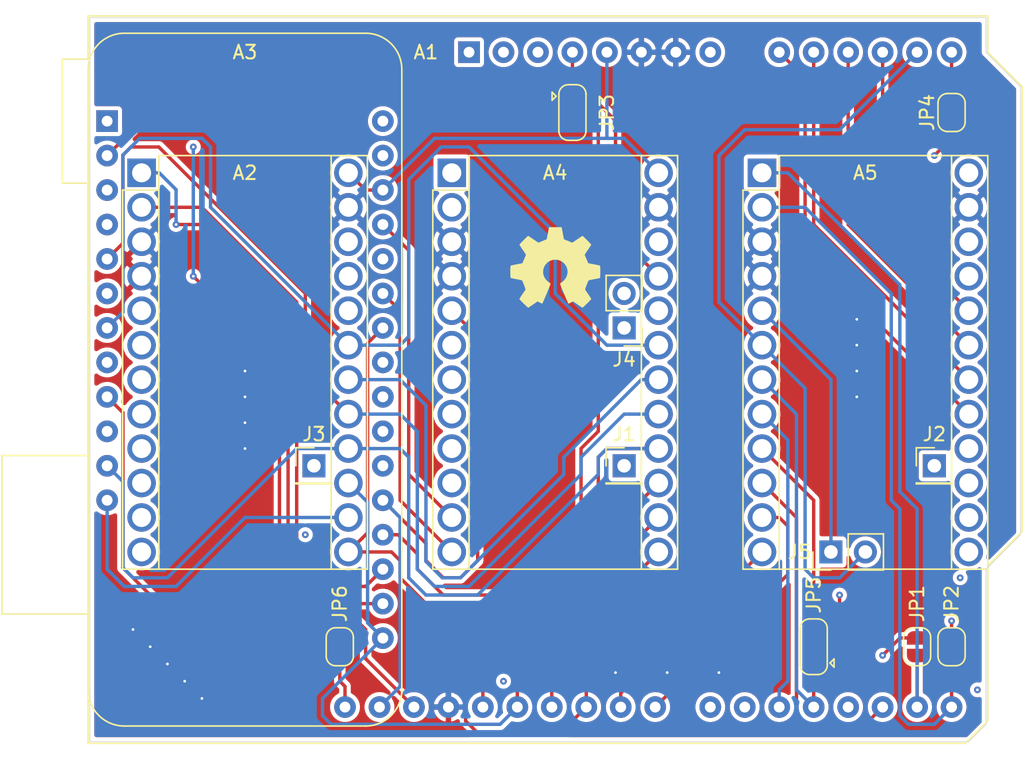
<source format=kicad_pcb>
(kicad_pcb (version 20240108) (generator "pcbnew") (generator_version "8.0")
  (title_block (title "ADAPT") (date "2021-03-15") (rev "v1.0") (company "nerdyscout"))
  (layers (0 "F.Cu" mixed) (1 "In1.Cu" signal) (2 "In2.Cu" signal) (31 "B.Cu" mixed) (34 "B.Paste" user) (35 "F.Paste" user) (36 "B.SilkS" user "B.Silkscreen") (37 "F.SilkS" user "F.Silkscreen") (38 "B.Mask" user) (39 "F.Mask" user) (44 "Edge.Cuts" user))
  (net 0 "")
  (net 1 "GND")
  (net 2 "+5V")
  (net 3 "~{RST}")
  (net 4 "CS1")
  (net 5 "+3V3")
  (net 6 "D8")
  (net 7 "INT")
  (net 8 "BTN")
  (net 9 "PWM")
  (net 10 "STAT")
  (net 11 "SCK")
  (net 12 "SCL")
  (net 13 "CIPO")
  (net 14 "SDA")
  (net 15 "COPI")
  (net 16 "CS0")
  (net 17 "TXD")
  (net 18 "RXD")
  (net 19 "AREF")
  (net 20 "A3")
  (net 21 "A2")
  (net 22 "A1")
  (net 23 "A0")
  (net 24 "Net-(A3-Pad9)")
  (net 25 "Net-(A3-Pad10)")
  (net 26 "SPARE")
  (net 27 "Net-(A3-Pad19)")
  (net 28 "Net-(A3-Pad20)")
  (net 29 "Net-(J1-Pad1)")
  (footprint "Module:Arduino_UNO_R3" (layer "F.Cu") (at 86.36 72.39)
    (property "Reference" "A1" (at -3.175 0 180) (layer "F.SilkS"))
    (property "Value" "Arduino_UNO_R3")
    (pad "1" thru_hole rect (at 0 0 90) (size 1.6 1.6) (drill 0.8) (layers "*.Cu" "*.Mask"))
    (pad "2" thru_hole oval (at 2.54 0 90) (size 1.6 1.6) (drill 0.8) (layers "*.Cu" "*.Mask"))
    (pad "3" thru_hole oval (at 5.08 0 90) (size 1.6 1.6) (drill 0.8) (layers "*.Cu" "*.Mask") (net 3 "~{RST}"))
    (pad "4" thru_hole oval (at 7.62 0 90) (size 1.6 1.6) (drill 0.8) (layers "*.Cu" "*.Mask") (net 5 "+3V3"))
    (pad "5" thru_hole oval (at 10.16 0 90) (size 1.6 1.6) (drill 0.8) (layers "*.Cu" "*.Mask") (net 2 "+5V"))
    (pad "6" thru_hole oval (at 12.7 0 90) (size 1.6 1.6) (drill 0.8) (layers "*.Cu" "*.Mask") (net 1 "GND"))
    (pad "7" thru_hole oval (at 15.24 0 90) (size 1.6 1.6) (drill 0.8) (layers "*.Cu" "*.Mask") (net 1 "GND"))
    (pad "8" thru_hole oval (at 17.78 0 90) (size 1.6 1.6) (drill 0.8) (layers "*.Cu" "*.Mask"))
    (pad "9" thru_hole oval (at 22.86 0 90) (size 1.6 1.6) (drill 0.8) (layers "*.Cu" "*.Mask") (net 23 "A0"))
    (pad "10" thru_hole oval (at 25.4 0 90) (size 1.6 1.6) (drill 0.8) (layers "*.Cu" "*.Mask") (net 22 "A1"))
    (pad "11" thru_hole oval (at 27.94 0 90) (size 1.6 1.6) (drill 0.8) (layers "*.Cu" "*.Mask") (net 21 "A2"))
    (pad "12" thru_hole oval (at 30.48 0 90) (size 1.6 1.6) (drill 0.8) (layers "*.Cu" "*.Mask") (net 20 "A3"))
    (pad "13" thru_hole oval (at 33.02 0 90) (size 1.6 1.6) (drill 0.8) (layers "*.Cu" "*.Mask") (net 12 "SCL"))
    (pad "14" thru_hole oval (at 35.56 0 90) (size 1.6 1.6) (drill 0.8) (layers "*.Cu" "*.Mask") (net 14 "SDA"))
    (pad "15" thru_hole oval (at 35.56 48.26 90) (size 1.6 1.6) (drill 0.8) (layers "*.Cu" "*.Mask") (net 17 "TXD"))
    (pad "16" thru_hole oval (at 33.02 48.26 90) (size 1.6 1.6) (drill 0.8) (layers "*.Cu" "*.Mask") (net 18 "RXD"))
    (pad "17" thru_hole oval (at 30.48 48.26 90) (size 1.6 1.6) (drill 0.8) (layers "*.Cu" "*.Mask") (net 7 "INT"))
    (pad "18" thru_hole oval (at 27.94 48.26 90) (size 1.6 1.6) (drill 0.8) (layers "*.Cu" "*.Mask"))
    (pad "19" thru_hole oval (at 25.4 48.26 90) (size 1.6 1.6) (drill 0.8) (layers "*.Cu" "*.Mask") (net 10 "STAT"))
    (pad "20" thru_hole oval (at 22.86 48.26 90) (size 1.6 1.6) (drill 0.8) (layers "*.Cu" "*.Mask") (net 9 "PWM"))
    (pad "21" thru_hole oval (at 20.32 48.26 90) (size 1.6 1.6) (drill 0.8) (layers "*.Cu" "*.Mask"))
    (pad "22" thru_hole oval (at 17.78 48.26 90) (size 1.6 1.6) (drill 0.8) (layers "*.Cu" "*.Mask"))
    (pad "23" thru_hole oval (at 13.72 48.26 90) (size 1.6 1.6) (drill 0.8) (layers "*.Cu" "*.Mask") (net 6 "D8"))
    (pad "24" thru_hole oval (at 11.18 48.26 90) (size 1.6 1.6) (drill 0.8) (layers "*.Cu" "*.Mask") (net 4 "CS1"))
    (pad "25" thru_hole oval (at 8.64 48.26 90) (size 1.6 1.6) (drill 0.8) (layers "*.Cu" "*.Mask") (net 16 "CS0"))
    (pad "26" thru_hole oval (at 6.1 48.26 90) (size 1.6 1.6) (drill 0.8) (layers "*.Cu" "*.Mask") (net 15 "COPI"))
    (pad "27" thru_hole oval (at 3.56 48.26 90) (size 1.6 1.6) (drill 0.8) (layers "*.Cu" "*.Mask") (net 13 "CIPO"))
    (pad "28" thru_hole oval (at 1.02 48.26 90) (size 1.6 1.6) (drill 0.8) (layers "*.Cu" "*.Mask") (net 11 "SCK"))
    (pad "29" thru_hole oval (at -1.52 48.26 90) (size 1.6 1.6) (drill 0.8) (layers "*.Cu" "*.Mask") (net 1 "GND"))
    (pad "30" thru_hole oval (at -4.06 48.26 90) (size 1.6 1.6) (drill 0.8) (layers "*.Cu" "*.Mask") (net 19 "AREF"))
    (pad "31" thru_hole oval (at -6.6 48.26 90) (size 1.6 1.6) (drill 0.8) (layers "*.Cu" "*.Mask") (net 14 "SDA"))
    (pad "32" thru_hole oval (at -9.14 48.26 90) (size 1.6 1.6) (drill 0.8) (layers "*.Cu" "*.Mask") (net 12 "SCL"))
  )
  (footprint "Symbol:OSHW-Symbol_6.7x6mm_SilkScreen" (layer "F.Cu") (at 92.71 88.265)
    (property "Reference" "LOGO1" (hide yes))
    (property "Value" "Logo_Open_Hardware_Small" (hide yes))
  )
  (footprint "Module:Adafruit_Feather" (layer "F.Cu") (at 59.69 77.47)
    (property "Reference" "A3" (at 10.16 -5.08 180) (layer "F.SilkS"))
    (property "Value" "Adafruit_Feather_Generic")
    (pad "1" thru_hole rect (at 0 0) (size 1.6 1.6) (drill 0.8) (layers "*.Cu" "*.Mask") (net 3 "~{RST}"))
    (pad "2" thru_hole circle (at 0 2.54) (size 1.6 1.6) (drill 0.8) (layers "*.Cu" "*.Mask") (net 5 "+3V3"))
    (pad "3" thru_hole circle (at 0 5.08) (size 1.6 1.6) (drill 0.8) (layers "*.Cu" "*.Mask") (net 19 "AREF"))
    (pad "4" thru_hole circle (at 0 7.62) (size 1.6 1.6) (drill 0.8) (layers "*.Cu" "*.Mask") (net 1 "GND"))
    (pad "5" thru_hole circle (at 0 10.16) (size 1.6 1.6) (drill 0.8) (layers "*.Cu" "*.Mask") (net 23 "A0"))
    (pad "6" thru_hole circle (at 0 12.7) (size 1.6 1.6) (drill 0.8) (layers "*.Cu" "*.Mask") (net 22 "A1"))
    (pad "7" thru_hole circle (at 0 15.24) (size 1.6 1.6) (drill 0.8) (layers "*.Cu" "*.Mask") (net 21 "A2"))
    (pad "8" thru_hole circle (at 0 17.78) (size 1.6 1.6) (drill 0.8) (layers "*.Cu" "*.Mask") (net 20 "A3"))
    (pad "9" thru_hole circle (at 0 20.32) (size 1.6 1.6) (drill 0.8) (layers "*.Cu" "*.Mask") (net 24 "Net-(A3-Pad9)"))
    (pad "10" thru_hole circle (at 0 22.86) (size 1.6 1.6) (drill 0.8) (layers "*.Cu" "*.Mask") (net 25 "Net-(A3-Pad10)"))
    (pad "11" thru_hole circle (at 0 25.4) (size 1.6 1.6) (drill 0.8) (layers "*.Cu" "*.Mask") (net 11 "SCK"))
    (pad "12" thru_hole circle (at 0 27.94) (size 1.6 1.6) (drill 0.8) (layers "*.Cu" "*.Mask") (net 15 "COPI"))
    (pad "13" thru_hole circle (at 20.32 38.1) (size 1.6 1.6) (drill 0.8) (layers "*.Cu" "*.Mask") (net 13 "CIPO"))
    (pad "14" thru_hole circle (at 20.32 35.56) (size 1.6 1.6) (drill 0.8) (layers "*.Cu" "*.Mask") (net 18 "RXD"))
    (pad "15" thru_hole circle (at 20.32 33.02) (size 1.6 1.6) (drill 0.8) (layers "*.Cu" "*.Mask") (net 17 "TXD"))
    (pad "16" thru_hole circle (at 20.32 30.48) (size 1.6 1.6) (drill 0.8) (layers "*.Cu" "*.Mask") (net 26 "SPARE"))
    (pad "17" thru_hole circle (at 20.32 27.94) (size 1.6 1.6) (drill 0.8) (layers "*.Cu" "*.Mask") (net 14 "SDA"))
    (pad "18" thru_hole circle (at 20.32 25.4) (size 1.6 1.6) (drill 0.8) (layers "*.Cu" "*.Mask") (net 12 "SCL"))
    (pad "19" thru_hole circle (at 20.32 22.86) (size 1.6 1.6) (drill 0.8) (layers "*.Cu" "*.Mask") (net 27 "Net-(A3-Pad19)"))
    (pad "20" thru_hole circle (at 20.32 20.32) (size 1.6 1.6) (drill 0.8) (layers "*.Cu" "*.Mask") (net 28 "Net-(A3-Pad20)"))
    (pad "21" thru_hole circle (at 20.32 17.78) (size 1.6 1.6) (drill 0.8) (layers "*.Cu" "*.Mask") (net 7 "INT"))
    (pad "22" thru_hole circle (at 20.32 15.24) (size 1.6 1.6) (drill 0.8) (layers "*.Cu" "*.Mask") (net 16 "CS0"))
    (pad "23" thru_hole circle (at 20.32 12.7) (size 1.6 1.6) (drill 0.8) (layers "*.Cu" "*.Mask") (net 4 "CS1"))
    (pad "24" thru_hole circle (at 20.32 10.16) (size 1.6 1.6) (drill 0.8) (layers "*.Cu" "*.Mask") (net 9 "PWM"))
    (pad "25" thru_hole circle (at 20.32 7.62) (size 1.6 1.6) (drill 0.8) (layers "*.Cu" "*.Mask") (net 6 "D8"))
    (pad "26" thru_hole circle (at 20.32 5.08) (size 1.6 1.6) (drill 0.8) (layers "*.Cu" "*.Mask") (net 2 "+5V"))
    (pad "27" thru_hole circle (at 20.32 2.54) (size 1.6 1.6) (drill 0.8) (layers "*.Cu" "*.Mask"))
    (pad "28" thru_hole circle (at 20.32 0) (size 1.6 1.6) (drill 0.8) (layers "*.Cu" "*.Mask"))
  )
  (footprint "lib:ProMicro" (layer "F.Cu") (at 85.09 81.28)
    (property "Reference" "A4" (at 7.62 0 180) (layer "F.SilkS"))
    (property "Value" "Sparkfun_Pro_Micro")
    (pad "1" thru_hole rect (at 0 0) (size 2.1 2.1) (drill 1.4) (layers "*.Cu" "*.Mask") (net 18 "RXD"))
    (pad "2" thru_hole circle (at 0 2.54) (size 2.1 2.1) (drill 1.4) (layers "*.Cu" "*.Mask") (net 17 "TXD"))
    (pad "3" thru_hole circle (at 0 5.08) (size 2.1 2.1) (drill 1.4) (layers "*.Cu" "*.Mask") (net 1 "GND"))
    (pad "4" thru_hole circle (at 0 7.62) (size 2.1 2.1) (drill 1.4) (layers "*.Cu" "*.Mask") (net 1 "GND"))
    (pad "5" thru_hole circle (at 0 10.16) (size 2.1 2.1) (drill 1.4) (layers "*.Cu" "*.Mask") (net 14 "SDA"))
    (pad "6" thru_hole circle (at 0 12.7) (size 2.1 2.1) (drill 1.4) (layers "*.Cu" "*.Mask") (net 12 "SCL"))
    (pad "7" thru_hole circle (at 0 15.24) (size 2.1 2.1) (drill 1.4) (layers "*.Cu" "*.Mask") (net 10 "STAT"))
    (pad "8" thru_hole circle (at 0 17.78) (size 2.1 2.1) (drill 1.4) (layers "*.Cu" "*.Mask") (net 9 "PWM"))
    (pad "9" thru_hole circle (at 0 20.32) (size 2.1 2.1) (drill 1.4) (layers "*.Cu" "*.Mask") (net 8 "BTN"))
    (pad "10" thru_hole circle (at 0 22.86) (size 2.1 2.1) (drill 1.4) (layers "*.Cu" "*.Mask") (net 7 "INT"))
    (pad "11" thru_hole circle (at 0 25.4) (size 2.1 2.1) (drill 1.4) (layers "*.Cu" "*.Mask") (net 6 "D8"))
    (pad "12" thru_hole circle (at 0 27.94) (size 2.1 2.1) (drill 1.4) (layers "*.Cu" "*.Mask") (net 4 "CS1"))
    (pad "13" thru_hole circle (at 15.24 27.94) (size 2.1 2.1) (drill 1.4) (layers "*.Cu" "*.Mask") (net 16 "CS0"))
    (pad "14" thru_hole circle (at 15.24 25.4) (size 2.1 2.1) (drill 1.4) (layers "*.Cu" "*.Mask") (net 15 "COPI"))
    (pad "15" thru_hole circle (at 15.24 22.86) (size 2.1 2.1) (drill 1.4) (layers "*.Cu" "*.Mask") (net 13 "CIPO"))
    (pad "16" thru_hole circle (at 15.24 20.32) (size 2.1 2.1) (drill 1.4) (layers "*.Cu" "*.Mask") (net 11 "SCK"))
    (pad "17" thru_hole circle (at 15.24 17.78) (size 2.1 2.1) (drill 1.4) (layers "*.Cu" "*.Mask") (net 23 "A0"))
    (pad "18" thru_hole circle (at 15.24 15.24) (size 2.1 2.1) (drill 1.4) (layers "*.Cu" "*.Mask") (net 22 "A1"))
    (pad "19" thru_hole circle (at 15.24 12.7) (size 2.1 2.1) (drill 1.4) (layers "*.Cu" "*.Mask") (net 21 "A2"))
    (pad "20" thru_hole circle (at 15.24 10.16) (size 2.1 2.1) (drill 1.4) (layers "*.Cu" "*.Mask") (net 20 "A3"))
    (pad "21" thru_hole circle (at 15.24 7.62) (size 2.1 2.1) (drill 1.4) (layers "*.Cu" "*.Mask") (net 5 "+3V3"))
    (pad "22" thru_hole circle (at 15.24 5.08) (size 2.1 2.1) (drill 1.4) (layers "*.Cu" "*.Mask") (net 3 "~{RST}"))
    (pad "23" thru_hole circle (at 15.24 2.54) (size 2.1 2.1) (drill 1.4) (layers "*.Cu" "*.Mask") (net 1 "GND"))
    (pad "24" thru_hole circle (at 15.24 0) (size 2.1 2.1) (drill 1.4) (layers "*.Cu" "*.Mask") (net 2 "+5V"))
  )
  (footprint "lib:ProMicro" (layer "F.Cu") (at 107.95 81.28)
    (property "Reference" "A5" (at 7.62 0 180) (layer "F.SilkS"))
    (property "Value" "Sparkfun_Pro_Micro")
    (pad "1" thru_hole rect (at 0 0) (size 2.1 2.1) (drill 1.4) (layers "*.Cu" "*.Mask") (net 18 "RXD"))
    (pad "2" thru_hole circle (at 0 2.54) (size 2.1 2.1) (drill 1.4) (layers "*.Cu" "*.Mask") (net 17 "TXD"))
    (pad "3" thru_hole circle (at 0 5.08) (size 2.1 2.1) (drill 1.4) (layers "*.Cu" "*.Mask") (net 1 "GND"))
    (pad "4" thru_hole circle (at 0 7.62) (size 2.1 2.1) (drill 1.4) (layers "*.Cu" "*.Mask") (net 1 "GND"))
    (pad "5" thru_hole circle (at 0 10.16) (size 2.1 2.1) (drill 1.4) (layers "*.Cu" "*.Mask") (net 14 "SDA"))
    (pad "6" thru_hole circle (at 0 12.7) (size 2.1 2.1) (drill 1.4) (layers "*.Cu" "*.Mask") (net 12 "SCL"))
    (pad "7" thru_hole circle (at 0 15.24) (size 2.1 2.1) (drill 1.4) (layers "*.Cu" "*.Mask") (net 10 "STAT"))
    (pad "8" thru_hole circle (at 0 17.78) (size 2.1 2.1) (drill 1.4) (layers "*.Cu" "*.Mask") (net 9 "PWM"))
    (pad "9" thru_hole circle (at 0 20.32) (size 2.1 2.1) (drill 1.4) (layers "*.Cu" "*.Mask") (net 8 "BTN"))
    (pad "10" thru_hole circle (at 0 22.86) (size 2.1 2.1) (drill 1.4) (layers "*.Cu" "*.Mask") (net 7 "INT"))
    (pad "11" thru_hole circle (at 0 25.4) (size 2.1 2.1) (drill 1.4) (layers "*.Cu" "*.Mask") (net 6 "D8"))
    (pad "12" thru_hole circle (at 0 27.94) (size 2.1 2.1) (drill 1.4) (layers "*.Cu" "*.Mask") (net 4 "CS1"))
    (pad "13" thru_hole circle (at 15.24 27.94) (size 2.1 2.1) (drill 1.4) (layers "*.Cu" "*.Mask") (net 16 "CS0"))
    (pad "14" thru_hole circle (at 15.24 25.4) (size 2.1 2.1) (drill 1.4) (layers "*.Cu" "*.Mask") (net 15 "COPI"))
    (pad "15" thru_hole circle (at 15.24 22.86) (size 2.1 2.1) (drill 1.4) (layers "*.Cu" "*.Mask") (net 13 "CIPO"))
    (pad "16" thru_hole circle (at 15.24 20.32) (size 2.1 2.1) (drill 1.4) (layers "*.Cu" "*.Mask") (net 11 "SCK"))
    (pad "17" thru_hole circle (at 15.24 17.78) (size 2.1 2.1) (drill 1.4) (layers "*.Cu" "*.Mask") (net 23 "A0"))
    (pad "18" thru_hole circle (at 15.24 15.24) (size 2.1 2.1) (drill 1.4) (layers "*.Cu" "*.Mask") (net 22 "A1"))
    (pad "19" thru_hole circle (at 15.24 12.7) (size 2.1 2.1) (drill 1.4) (layers "*.Cu" "*.Mask") (net 21 "A2"))
    (pad "20" thru_hole circle (at 15.24 10.16) (size 2.1 2.1) (drill 1.4) (layers "*.Cu" "*.Mask") (net 20 "A3"))
    (pad "21" thru_hole circle (at 15.24 7.62) (size 2.1 2.1) (drill 1.4) (layers "*.Cu" "*.Mask") (net 5 "+3V3"))
    (pad "22" thru_hole circle (at 15.24 5.08) (size 2.1 2.1) (drill 1.4) (layers "*.Cu" "*.Mask") (net 3 "~{RST}"))
    (pad "23" thru_hole circle (at 15.24 2.54) (size 2.1 2.1) (drill 1.4) (layers "*.Cu" "*.Mask") (net 1 "GND"))
    (pad "24" thru_hole circle (at 15.24 0) (size 2.1 2.1) (drill 1.4) (layers "*.Cu" "*.Mask") (net 2 "+5V"))
  )
  (footprint "lib:ProMicro" (layer "F.Cu") (at 62.23 81.28)
    (property "Reference" "A2" (at 7.62 0 180) (layer "F.SilkS"))
    (property "Value" "Sparkfun_Pro_Micro")
    (pad "1" thru_hole rect (at 0 0) (size 2.1 2.1) (drill 1.4) (layers "*.Cu" "*.Mask") (net 18 "RXD"))
    (pad "2" thru_hole circle (at 0 2.54) (size 2.1 2.1) (drill 1.4) (layers "*.Cu" "*.Mask") (net 17 "TXD"))
    (pad "3" thru_hole circle (at 0 5.08) (size 2.1 2.1) (drill 1.4) (layers "*.Cu" "*.Mask") (net 1 "GND"))
    (pad "4" thru_hole circle (at 0 7.62) (size 2.1 2.1) (drill 1.4) (layers "*.Cu" "*.Mask") (net 1 "GND"))
    (pad "5" thru_hole circle (at 0 10.16) (size 2.1 2.1) (drill 1.4) (layers "*.Cu" "*.Mask") (net 14 "SDA"))
    (pad "6" thru_hole circle (at 0 12.7) (size 2.1 2.1) (drill 1.4) (layers "*.Cu" "*.Mask") (net 12 "SCL"))
    (pad "7" thru_hole circle (at 0 15.24) (size 2.1 2.1) (drill 1.4) (layers "*.Cu" "*.Mask") (net 10 "STAT"))
    (pad "8" thru_hole circle (at 0 17.78) (size 2.1 2.1) (drill 1.4) (layers "*.Cu" "*.Mask") (net 9 "PWM"))
    (pad "9" thru_hole circle (at 0 20.32) (size 2.1 2.1) (drill 1.4) (layers "*.Cu" "*.Mask") (net 8 "BTN"))
    (pad "10" thru_hole circle (at 0 22.86) (size 2.1 2.1) (drill 1.4) (layers "*.Cu" "*.Mask") (net 7 "INT"))
    (pad "11" thru_hole circle (at 0 25.4) (size 2.1 2.1) (drill 1.4) (layers "*.Cu" "*.Mask") (net 6 "D8"))
    (pad "12" thru_hole circle (at 0 27.94) (size 2.1 2.1) (drill 1.4) (layers "*.Cu" "*.Mask") (net 4 "CS1"))
    (pad "13" thru_hole circle (at 15.24 27.94) (size 2.1 2.1) (drill 1.4) (layers "*.Cu" "*.Mask") (net 16 "CS0"))
    (pad "14" thru_hole circle (at 15.24 25.4) (size 2.1 2.1) (drill 1.4) (layers "*.Cu" "*.Mask") (net 15 "COPI"))
    (pad "15" thru_hole circle (at 15.24 22.86) (size 2.1 2.1) (drill 1.4) (layers "*.Cu" "*.Mask") (net 13 "CIPO"))
    (pad "16" thru_hole circle (at 15.24 20.32) (size 2.1 2.1) (drill 1.4) (layers "*.Cu" "*.Mask") (net 11 "SCK"))
    (pad "17" thru_hole circle (at 15.24 17.78) (size 2.1 2.1) (drill 1.4) (layers "*.Cu" "*.Mask") (net 23 "A0"))
    (pad "18" thru_hole circle (at 15.24 15.24) (size 2.1 2.1) (drill 1.4) (layers "*.Cu" "*.Mask") (net 22 "A1"))
    (pad "19" thru_hole circle (at 15.24 12.7) (size 2.1 2.1) (drill 1.4) (layers "*.Cu" "*.Mask") (net 21 "A2"))
    (pad "20" thru_hole circle (at 15.24 10.16) (size 2.1 2.1) (drill 1.4) (layers "*.Cu" "*.Mask") (net 20 "A3"))
    (pad "21" thru_hole circle (at 15.24 7.62) (size 2.1 2.1) (drill 1.4) (layers "*.Cu" "*.Mask") (net 5 "+3V3"))
    (pad "22" thru_hole circle (at 15.24 5.08) (size 2.1 2.1) (drill 1.4) (layers "*.Cu" "*.Mask") (net 3 "~{RST}"))
    (pad "23" thru_hole circle (at 15.24 2.54) (size 2.1 2.1) (drill 1.4) (layers "*.Cu" "*.Mask") (net 1 "GND"))
    (pad "24" thru_hole circle (at 15.24 0) (size 2.1 2.1) (drill 1.4) (layers "*.Cu" "*.Mask") (net 2 "+5V"))
  )
  (footprint "Connector_PinHeader_2.54mm:PinHeader_1x01_P2.54mm_Vertical" (layer "F.Cu") (at 97.79 102.87)
    (property "Reference" "J1" (at 0 -2.33 0) (layer "F.SilkS"))
    (property "Value" "VBAT")
    (pad "1" thru_hole rect (at 0 0) (size 1.7 1.7) (drill 1) (layers "*.Cu" "*.Mask") (net 29 "Net-(J1-Pad1)"))
  )
  (footprint "Connector_PinHeader_2.54mm:PinHeader_1x01_P2.54mm_Vertical" (layer "F.Cu") (at 120.65 102.87)
    (property "Reference" "J2" (at 0 -2.33 0) (layer "F.SilkS"))
    (property "Value" "VBAT")
    (pad "1" thru_hole rect (at 0 0) (size 1.7 1.7) (drill 1) (layers "*.Cu" "*.Mask") (net 29 "Net-(J1-Pad1)"))
  )
  (footprint "Connector_PinHeader_2.54mm:PinHeader_1x01_P2.54mm_Vertical" (layer "F.Cu") (at 74.93 102.87)
    (property "Reference" "J3" (at 0 -2.33 0) (layer "F.SilkS"))
    (property "Value" "VBAT")
    (pad "1" thru_hole rect (at 0 0) (size 1.7 1.7) (drill 1) (layers "*.Cu" "*.Mask") (net 29 "Net-(J1-Pad1)"))
  )
  (footprint "Jumper:SolderJumper-2_P1.3mm_Open_RoundedPad1.0x1.5mm" (layer "F.Cu") (at 119.38 116.205 90)
    (property "Reference" "JP1" (at 3.175 0 90) (layer "F.SilkS"))
    (property "Value" "SolderJumper_2_Open")
    (pad "1" smd custom (at -0.65 0 90) (size 1 0.5) (layers "F.Cu" "F.Mask") (net 18 "RXD") (options (clearance outline) (anchor rect)) (primitives (gr_circle (center 0 0.25) (end 0.5 0.25) (width 0) (fill yes)) (gr_circle (center 0 -0.25) (end 0.5 -0.25) (width 0) (fill yes)) (gr_poly (pts (xy 0 -0.75) (xy 0.5 -0.75) (xy 0.5 0.75) (xy 0 0.75)) (width 0) (fill yes))))
    (pad "2" smd custom (at 0.65 0 90) (size 1 0.5) (layers "F.Cu" "F.Mask") (net 27 "Net-(A3-Pad19)") (options (clearance outline) (anchor rect)) (primitives (gr_circle (center 0 0.25) (end 0.5 0.25) (width 0) (fill yes)) (gr_circle (center 0 -0.25) (end 0.5 -0.25) (width 0) (fill yes)) (gr_poly (pts (xy 0 -0.75) (xy -0.5 -0.75) (xy -0.5 0.75) (xy 0 0.75)) (width 0) (fill yes))))
  )
  (footprint "Jumper:SolderJumper-2_P1.3mm_Open_RoundedPad1.0x1.5mm" (layer "F.Cu") (at 121.92 116.205 90)
    (property "Reference" "JP2" (at 3.175 0 90) (layer "F.SilkS"))
    (property "Value" "SolderJumper_2_Open")
    (pad "1" smd custom (at -0.65 0 90) (size 1 0.5) (layers "F.Cu" "F.Mask") (net 17 "TXD") (options (clearance outline) (anchor rect)) (primitives (gr_circle (center 0 0.25) (end 0.5 0.25) (width 0) (fill yes)) (gr_circle (center 0 -0.25) (end 0.5 -0.25) (width 0) (fill yes)) (gr_poly (pts (xy 0 -0.75) (xy 0.5 -0.75) (xy 0.5 0.75) (xy 0 0.75)) (width 0) (fill yes))))
    (pad "2" smd custom (at 0.65 0 90) (size 1 0.5) (layers "F.Cu" "F.Mask") (net 28 "Net-(A3-Pad20)") (options (clearance outline) (anchor rect)) (primitives (gr_circle (center 0 0.25) (end 0.5 0.25) (width 0) (fill yes)) (gr_circle (center 0 -0.25) (end 0.5 -0.25) (width 0) (fill yes)) (gr_poly (pts (xy 0 -0.75) (xy -0.5 -0.75) (xy -0.5 0.75) (xy 0 0.75)) (width 0) (fill yes))))
  )
  (footprint "Jumper:SolderJumper-3_P1.3mm_Open_RoundedPad1.0x1.5mm" (layer "F.Cu") (at 93.98 76.835 -90)
    (property "Reference" "JP3" (at 0 -2.54 90) (layer "F.SilkS"))
    (property "Value" "SolderJumper_3_Open")
    (pad "1" smd custom (at -1.3 0 270) (size 1 0.5) (layers "F.Cu" "F.Mask") (net 5 "+3V3") (options (clearance outline) (anchor rect)) (primitives (gr_circle (center 0 0.25) (end 0.5 0.25) (width 0) (fill yes)) (gr_circle (center 0 -0.25) (end 0.5 -0.25) (width 0) (fill yes)) (gr_poly (pts (xy 0.55 -0.75) (xy 0 -0.75) (xy 0 0.75) (xy 0.55 0.75)) (width 0) (fill yes))))
    (pad "2" smd rect (at 0 0 270) (size 1 1.5) (layers "F.Cu" "F.Mask") (net 26 "SPARE"))
    (pad "3" smd custom (at 1.3 0 270) (size 1 0.5) (layers "F.Cu" "F.Mask") (net 1 "GND") (options (clearance outline) (anchor rect)) (primitives (gr_circle (center 0 0.25) (end 0.5 0.25) (width 0) (fill yes)) (gr_circle (center 0 -0.25) (end 0.5 -0.25) (width 0) (fill yes)) (gr_poly (pts (xy -0.55 -0.75) (xy 0 -0.75) (xy 0 0.75) (xy -0.55 0.75)) (width 0) (fill yes))))
  )
  (footprint "Jumper:SolderJumper-2_P1.3mm_Open_RoundedPad1.0x1.5mm" (layer "F.Cu") (at 121.92 76.835 90)
    (property "Reference" "JP4" (at 0 -1.8 90) (layer "F.SilkS"))
    (property "Value" "SolderJumper_2_Open")
    (pad "1" smd custom (at -0.65 0 90) (size 1 0.5) (layers "F.Cu" "F.Mask") (net 25 "Net-(A3-Pad10)") (options (clearance outline) (anchor rect)) (primitives (gr_circle (center 0 0.25) (end 0.5 0.25) (width 0) (fill yes)) (gr_circle (center 0 -0.25) (end 0.5 -0.25) (width 0) (fill yes)) (gr_poly (pts (xy 0 -0.75) (xy 0.5 -0.75) (xy 0.5 0.75) (xy 0 0.75)) (width 0) (fill yes))))
    (pad "2" smd custom (at 0.65 0 90) (size 1 0.5) (layers "F.Cu" "F.Mask") (net 14 "SDA") (options (clearance outline) (anchor rect)) (primitives (gr_circle (center 0 0.25) (end 0.5 0.25) (width 0) (fill yes)) (gr_circle (center 0 -0.25) (end 0.5 -0.25) (width 0) (fill yes)) (gr_poly (pts (xy 0 -0.75) (xy -0.5 -0.75) (xy -0.5 0.75) (xy 0 0.75)) (width 0) (fill yes))))
  )
  (footprint "Jumper:SolderJumper-3_P1.3mm_Open_RoundedPad1.0x1.5mm" (layer "F.Cu") (at 111.76 116.205 90)
    (property "Reference" "JP5" (at 3.81 0 90) (layer "F.SilkS"))
    (property "Value" "SolderJumper_3_Open")
    (pad "1" smd custom (at -1.3 0 90) (size 1 0.5) (layers "F.Cu" "F.Mask") (net 10 "STAT") (options (clearance outline) (anchor rect)) (primitives (gr_circle (center 0 0.25) (end 0.5 0.25) (width 0) (fill yes)) (gr_circle (center 0 -0.25) (end 0.5 -0.25) (width 0) (fill yes)) (gr_poly (pts (xy 0.55 -0.75) (xy 0 -0.75) (xy 0 0.75) (xy 0.55 0.75)) (width 0) (fill yes))))
    (pad "2" smd rect (at 0 0 90) (size 1 1.5) (layers "F.Cu" "F.Mask") (net 23 "A0"))
    (pad "3" smd custom (at 1.3 0 90) (size 1 0.5) (layers "F.Cu" "F.Mask") (net 8 "BTN") (options (clearance outline) (anchor rect)) (primitives (gr_circle (center 0 0.25) (end 0.5 0.25) (width 0) (fill yes)) (gr_circle (center 0 -0.25) (end 0.5 -0.25) (width 0) (fill yes)) (gr_poly (pts (xy -0.55 -0.75) (xy 0 -0.75) (xy 0 0.75) (xy -0.55 0.75)) (width 0) (fill yes))))
  )
  (footprint "Jumper:SolderJumper-2_P1.3mm_Open_RoundedPad1.0x1.5mm" (layer "F.Cu") (at 76.835 116.205 -90)
    (property "Reference" "JP6" (at -3.175 0 90) (layer "F.SilkS"))
    (property "Value" "SolderJumper_2_Open")
    (pad "1" smd custom (at -0.65 0 270) (size 1 0.5) (layers "F.Cu" "F.Mask") (net 24 "Net-(A3-Pad9)") (options (clearance outline) (anchor rect)) (primitives (gr_circle (center 0 0.25) (end 0.5 0.25) (width 0) (fill yes)) (gr_circle (center 0 -0.25) (end 0.5 -0.25) (width 0) (fill yes)) (gr_poly (pts (xy 0 -0.75) (xy 0.5 -0.75) (xy 0.5 0.75) (xy 0 0.75)) (width 0) (fill yes))))
    (pad "2" smd custom (at 0.65 0 270) (size 1 0.5) (layers "F.Cu" "F.Mask") (net 12 "SCL") (options (clearance outline) (anchor rect)) (primitives (gr_circle (center 0 0.25) (end 0.5 0.25) (width 0) (fill yes)) (gr_circle (center 0 -0.25) (end 0.5 -0.25) (width 0) (fill yes)) (gr_poly (pts (xy 0 -0.75) (xy -0.5 -0.75) (xy -0.5 0.75) (xy 0 0.75)) (width 0) (fill yes))))
  )
  (footprint "Connector_PinHeader_2.54mm:PinHeader_1x02_P2.54mm_Vertical" (layer "F.Cu") (at 97.79 92.71 180)
    (property "Reference" "J4" (at 0 -2.33 0) (layer "F.SilkS"))
    (property "Value" "Conn_01x02")
    (pad "1" thru_hole rect (at 0 0 180) (size 1.7 1.7) (drill 1) (layers "*.Cu" "*.Mask") (net 14 "SDA"))
    (pad "2" thru_hole oval (at 0 2.54 180) (size 1.7 1.7) (drill 1) (layers "*.Cu" "*.Mask") (net 12 "SCL"))
  )
  (footprint "Connector_PinHeader_2.54mm:PinHeader_1x02_P2.54mm_Vertical" (layer "F.Cu") (at 113.03 109.22 90)
    (property "Reference" "J5" (at 0 -2.33 180) (layer "F.SilkS"))
    (property "Value" "Conn_01x02")
    (pad "1" thru_hole rect (at 0 0 90) (size 1.7 1.7) (drill 1) (layers "*.Cu" "*.Mask") (net 14 "SDA"))
    (pad "2" thru_hole oval (at 0 2.54 90) (size 1.7 1.7) (drill 1) (layers "*.Cu" "*.Mask") (net 12 "SCL"))
  )
  (gr_line (start 58.42 69.85) (end 58.42 123.19) (stroke (width 0.05)) (layer "Edge.Cuts"))
  (gr_line (start 127 74.93) (end 124.46 72.39) (stroke (width 0.05)) (layer "Edge.Cuts"))
  (gr_line (start 124.46 69.85) (end 58.42 69.85) (stroke (width 0.05)) (layer "Edge.Cuts"))
  (gr_line (start 124.46 72.39) (end 124.46 69.85) (stroke (width 0.05)) (layer "Edge.Cuts"))
  (gr_line (start 124.46 121.92) (end 124.46 110.49) (stroke (width 0.05)) (layer "Edge.Cuts"))
  (gr_line (start 58.42 123.19) (end 123.19 123.19) (stroke (width 0.05)) (layer "Edge.Cuts"))
  (gr_line (start 127 107.95) (end 127 74.93) (stroke (width 0.05)) (layer "Edge.Cuts"))
  (gr_line (start 124.46 110.49) (end 127 107.95) (stroke (width 0.05)) (layer "Edge.Cuts"))
  (gr_line (start 123.19 123.19) (end 124.46 121.92) (stroke (width 0.05)) (layer "Edge.Cuts"))
  (via (at 66.675 120.015) (size 0.5) (drill 0.2) (layers "F.Cu" "B.Cu") (net 1))
  (via (at 100.965 118.11) (size 0.5) (drill 0.2) (layers "F.Cu" "B.Cu") (net 1))
  (via (at 69.85 99.695) (size 0.5) (drill 0.2) (layers "F.Cu" "B.Cu") (net 1))
  (via (at 114.935 92.075) (size 0.5) (drill 0.2) (layers "F.Cu" "B.Cu") (net 1))
  (via (at 69.85 101.6) (size 0.5) (drill 0.2) (layers "F.Cu" "B.Cu") (net 1))
  (via (at 104.775 118.11) (size 0.5) (drill 0.2) (layers "F.Cu" "B.Cu") (net 1))
  (via (at 65.405 118.745) (size 0.5) (drill 0.2) (layers "F.Cu" "B.Cu") (net 1))
  (via (at 97.155 118.11) (size 0.5) (drill 0.2) (layers "F.Cu" "B.Cu") (net 1))
  (via (at 61.595 114.935) (size 0.5) (drill 0.2) (layers "F.Cu" "B.Cu") (net 1))
  (via (at 114.935 97.79) (size 0.5) (drill 0.2) (layers "F.Cu" "B.Cu") (net 1))
  (via (at 114.935 93.98) (size 0.5) (drill 0.2) (layers "F.Cu" "B.Cu") (net 1))
  (via (at 62.865 116.205) (size 0.5) (drill 0.2) (layers "F.Cu" "B.Cu") (net 1))
  (via (at 69.85 97.79) (size 0.5) (drill 0.2) (layers "F.Cu" "B.Cu") (net 1))
  (via (at 69.85 95.885) (size 0.5) (drill 0.2) (layers "F.Cu" "B.Cu") (net 1))
  (via (at 64.135 117.475) (size 0.5) (drill 0.2) (layers "F.Cu" "B.Cu") (net 1))
  (via (at 114.935 95.885) (size 0.5) (drill 0.2) (layers "F.Cu" "B.Cu") (net 1))
  (segment (start 78.74 82.55) (end 77.47 81.28) (width 0.25) (layer "F.Cu") (net 2))
  (segment (start 80.01 82.55) (end 78.74 82.55) (width 0.25) (layer "F.Cu") (net 2))
  (segment (start 97.79 78.74) (end 96.52 78.74) (width 0.25) (layer "B.Cu") (net 2))
  (segment (start 80.01 82.55) (end 83.82 78.74) (width 0.25) (layer "B.Cu") (net 2))
  (segment (start 99.06 80.01) (end 100.33 81.28) (width 0.25) (layer "B.Cu") (net 2))
  (segment (start 96.52 72.39) (end 96.52 78.74) (width 0.25) (layer "B.Cu") (net 2))
  (segment (start 96.52 78.74) (end 85.09 78.74) (width 0.25) (layer "B.Cu") (net 2))
  (segment (start 83.82 78.74) (end 85.09 78.74) (width 0.25) (layer "B.Cu") (net 2))
  (segment (start 97.79 78.74) (end 99.06 80.01) (width 0.25) (layer "B.Cu") (net 2))
  (segment (start 85.09 109.22) (end 81.28 105.41) (width 0.25) (layer "F.Cu") (net 4))
  (segment (start 97.54 119.63) (end 107.95 109.22) (width 0.25) (layer "F.Cu") (net 4))
  (segment (start 80.809999 90.969999) (end 80.01 90.17) (width 0.25) (layer "F.Cu") (net 4))
  (segment (start 97.54 120.65) (end 97.54 119.63) (width 0.25) (layer "F.Cu") (net 4))
  (segment (start 81.28 105.41) (end 81.28 91.44) (width 0.25) (layer "F.Cu") (net 4))
  (segment (start 81.28 91.44) (end 80.809999 90.969999) (width 0.25) (layer "F.Cu") (net 4))
  (segment (start 97.155 85.725) (end 100.33 88.9) (width 0.25) (layer "F.Cu") (net 5))
  (segment (start 95.255648 75.535) (end 97.155 77.434352) (width 0.25) (layer "F.Cu") (net 5))
  (segment (start 93.98 74.295) (end 93.98 72.39) (width 0.25) (layer "F.Cu") (net 5))
  (segment (start 65.405 74.295) (end 92.74 74.295) (width 0.25) (layer "F.Cu") (net 5))
  (segment (start 59.69 80.01) (end 65.405 74.295) (width 0.25) (layer "F.Cu") (net 5))
  (segment (start 97.155 77.434352) (end 97.155 85.725) (width 0.25) (layer "F.Cu") (net 5))
  (segment (start 93.98 75.535) (end 93.98 74.295) (width 0.25) (layer "F.Cu") (net 5))
  (segment (start 92.74 74.295) (end 93.98 74.295) (width 0.25) (layer "F.Cu") (net 5))
  (segment (start 93.98 75.535) (end 95.255648 75.535) (width 0.25) (layer "F.Cu") (net 5))
  (segment (start 100.08 120.65) (end 109.855 110.875) (width 0.25) (layer "F.Cu") (net 6))
  (segment (start 81.915 103.505) (end 81.915 86.995) (width 0.25) (layer "F.Cu") (net 6))
  (segment (start 85.09 106.68) (end 81.915 103.505) (width 0.25) (layer "F.Cu") (net 6))
  (segment (start 109.855 107.315) (end 109.22 106.68) (width 0.25) (layer "F.Cu") (net 6))
  (segment (start 109.22 106.68) (end 107.95 106.68) (width 0.25) (layer "F.Cu") (net 6))
  (segment (start 81.915 86.995) (end 80.01 85.09) (width 0.25) (layer "F.Cu") (net 6))
  (segment (start 109.855 110.875) (end 109.855 107.315) (width 0.25) (layer "F.Cu") (net 6))
  (segment (start 115.57 121.92) (end 111.125 121.92) (width 0.25) (layer "F.Cu") (net 7))
  (segment (start 111.125 121.92) (end 110.49 121.285) (width 0.25) (layer "F.Cu") (net 7))
  (segment (start 116.84 120.65) (end 115.57 121.92) (width 0.25) (layer "F.Cu") (net 7))
  (segment (start 110.49 106.68) (end 107.95 104.14) (width 0.25) (layer "F.Cu") (net 7))
  (segment (start 110.49 121.285) (end 110.49 106.68) (width 0.25) (layer "F.Cu") (net 7))
  (segment (start 111.76 114.905) (end 111.76 105.41) (width 0.25) (layer "F.Cu") (net 8))
  (segment (start 111.76 105.41) (end 107.95 101.6) (width 0.25) (layer "F.Cu") (net 8))
  (segment (start 108.999999 100.109999) (end 107.95 99.06) (width 0.25) (layer "B.Cu") (net 9))
  (segment (start 109.22 119.38) (end 109.855 118.745) (width 0.25) (layer "B.Cu") (net 9))
  (segment (start 109.855 118.745) (end 109.855 100.965) (width 0.25) (layer "B.Cu") (net 9))
  (segment (start 109.855 100.965) (end 108.999999 100.109999) (width 0.25) (layer "B.Cu") (net 9))
  (segment (start 109.22 120.65) (end 109.22 119.38) (width 0.25) (layer "B.Cu") (net 9))
  (segment (start 111.76 117.505) (end 111.76 120.65) (width 0.25) (layer "F.Cu") (net 10))
  (segment (start 110.49 99.06) (end 107.95 96.52) (width 0.25) (layer "B.Cu") (net 10))
  (segment (start 110.49 119.38) (end 110.49 99.06) (width 0.25) (layer "B.Cu") (net 10))
  (segment (start 111.76 120.65) (end 110.49 119.38) (width 0.25) (layer "B.Cu") (net 10))
  (segment (start 100.33 101.6) (end 96.52 101.6) (width 0.25) (layer "F.Cu") (net 11))
  (segment (start 95.885 102.235) (end 95.885 106.68) (width 0.25) (layer "F.Cu") (net 11))
  (segment (start 96.52 101.6) (end 95.885 102.235) (width 0.25) (layer "F.Cu") (net 11))
  (segment (start 87.38 115.185) (end 87.38 120.65) (width 0.25) (layer "F.Cu") (net 11))
  (segment (start 95.885 106.68) (end 87.38 115.185) (width 0.25) (layer "F.Cu") (net 11))
  (segment (start 86.995 112.395) (end 83.185 112.395) (width 0.25) (layer "B.Cu") (net 11))
  (segment (start 73.66 101.6) (end 64.135 111.125) (width 0.25) (layer "B.Cu") (net 11))
  (segment (start 61.595 111.125) (end 60.854999 110.384999) (width 0.25) (layer "B.Cu") (net 11))
  (segment (start 83.185 112.395) (end 81.915 111.125) (width 0.25) (layer "B.Cu") (net 11))
  (segment (start 60.854999 110.384999) (end 60.854999 104.034999) (width 0.25) (layer "B.Cu") (net 11))
  (segment (start 81.915 111.125) (end 81.915 102.235) (width 0.25) (layer "B.Cu") (net 11))
  (segment (start 60.854999 104.034999) (end 60.489999 103.669999) (width 0.25) (layer "B.Cu") (net 11))
  (segment (start 64.135 111.125) (end 61.595 111.125) (width 0.25) (layer "B.Cu") (net 11))
  (segment (start 77.47 101.6) (end 73.66 101.6) (width 0.25) (layer "B.Cu") (net 11))
  (segment (start 81.915 102.235) (end 81.28 101.6) (width 0.25) (layer "B.Cu") (net 11))
  (segment (start 95.885 102.235) (end 95.885 103.505) (width 0.25) (layer "B.Cu") (net 11))
  (segment (start 81.28 101.6) (end 77.47 101.6) (width 0.25) (layer "B.Cu") (net 11))
  (segment (start 95.885 103.505) (end 86.995 112.395) (width 0.25) (layer "B.Cu") (net 11))
  (segment (start 96.52 101.6) (end 95.885 102.235) (width 0.25) (layer "B.Cu") (net 11))
  (segment (start 100.33 101.6) (end 96.52 101.6) (width 0.25) (layer "B.Cu") (net 11))
  (segment (start 60.489999 103.669999) (end 59.69 102.87) (width 0.25) (layer "B.Cu") (net 11))
  (segment (start 76.835 118.745) (end 76.835 116.855) (width 0.25) (layer "F.Cu") (net 12))
  (segment (start 77.22 119.13) (end 76.835 118.745) (width 0.25) (layer "F.Cu") (net 12))
  (segment (start 77.22 120.65) (end 77.22 119.13) (width 0.25) (layer "F.Cu") (net 12))
  (via (at 74.295 107.95) (size 0.5) (drill 0.2) (layers "F.Cu" "B.Cu") (net 12))
  (segment (start 104.775 90.805) (end 104.775 80.01) (width 0.25) (layer "B.Cu") (net 12))
  (segment (start 111.76 111.125) (end 111.125 110.49) (width 0.25) (layer "B.Cu") (net 12))
  (segment (start 113.665 78.105) (end 119.38 72.39) (width 0.25) (layer "B.Cu") (net 12))
  (segment (start 115.57 109.22) (end 113.665 111.125) (width 0.25) (layer "B.Cu") (net 12))
  (segment (start 111.125 97.155) (end 107.95 93.98) (width 0.25) (layer "B.Cu") (net 12))
  (segment (start 113.665 111.125) (end 111.76 111.125) (width 0.25) (layer "B.Cu") (net 12))
  (segment (start 104.775 80.01) (end 106.68 78.105) (width 0.25) (layer "B.Cu") (net 12))
  (segment (start 106.68 78.105) (end 113.665 78.105) (width 0.25) (layer "B.Cu") (net 12))
  (segment (start 107.95 93.98) (end 104.775 90.805) (width 0.25) (layer "B.Cu") (net 12))
  (segment (start 111.125 110.49) (end 111.125 97.155) (width 0.25) (layer "B.Cu") (net 12))
  (segment (start 89.92 114.55) (end 100.33 104.14) (width 0.25) (layer "F.Cu") (net 13))
  (segment (start 89.92 120.65) (end 89.92 114.55) (width 0.25) (layer "F.Cu") (net 13))
  (segment (start 76.2 121.92) (end 75.565 121.285) (width 0.25) (layer "B.Cu") (net 13))
  (segment (start 80.01 115.57) (end 75.565 120.015) (width 0.25) (layer "B.Cu") (net 13))
  (segment (start 78.884999 114.444999) (end 79.210001 114.770001) (width 0.25) (layer "B.Cu") (net 13))
  (segment (start 78.884999 105.554999) (end 78.884999 114.444999) (width 0.25) (layer "B.Cu") (net 13))
  (segment (start 79.210001 114.770001) (end 80.01 115.57) (width 0.25) (layer "B.Cu") (net 13))
  (segment (start 75.565 120.015) (end 75.565 121.285) (width 0.25) (layer "B.Cu") (net 13))
  (segment (start 76.2 121.92) (end 88.65 121.92) (width 0.25) (layer "B.Cu") (net 13))
  (segment (start 77.47 104.14) (end 78.884999 105.554999) (width 0.25) (layer "B.Cu") (net 13))
  (segment (start 88.65 121.92) (end 89.92 120.65) (width 0.25) (layer "B.Cu") (net 13))
  (segment (start 121.92 76.185) (end 121.92 72.39) (width 0.25) (layer "F.Cu") (net 14))
  (segment (start 80.01 105.41) (end 83.185 108.585) (width 0.25) (layer "F.Cu") (net 14))
  (segment (start 86.995 109.855) (end 86.995 93.345) (width 0.25) (layer "F.Cu") (net 14))
  (segment (start 83.185 108.585) (end 83.185 109.855) (width 0.25) (layer "F.Cu") (net 14))
  (segment (start 84.455 111.125) (end 85.725 111.125) (width 0.25) (layer "F.Cu") (net 14))
  (segment (start 83.185 109.855) (end 84.455 111.125) (width 0.25) (layer "F.Cu") (net 14))
  (segment (start 85.725 111.125) (end 86.995 109.855) (width 0.25) (layer "F.Cu") (net 14))
  (segment (start 86.995 93.345) (end 85.09 91.44) (width 0.25) (layer "F.Cu") (net 14))
  (segment (start 113.03 96.52) (end 107.95 91.44) (width 0.25) (layer "B.Cu") (net 14))
  (segment (start 80.559999 119.850001) (end 79.76 120.65) (width 0.25) (layer "B.Cu") (net 14))
  (segment (start 80.01 105.41) (end 81.28 106.68) (width 0.25) (layer "B.Cu") (net 14))
  (segment (start 113.03 109.22) (end 113.03 96.52) (width 0.25) (layer "B.Cu") (net 14))
  (segment (start 81.28 106.68) (end 81.28 119.13) (width 0.25) (layer "B.Cu") (net 14))
  (segment (start 81.28 119.13) (end 80.559999 119.850001) (width 0.25) (layer "B.Cu") (net 14))
  (segment (start 92.46 120.65) (end 92.46 114.55) (width 0.25) (layer "F.Cu") (net 15))
  (segment (start 92.46 114.55) (end 100.33 106.68) (width 0.25) (layer "F.Cu") (net 15))
  (segment (start 64.77 111.76) (end 60.96 111.76) (width 0.25) (layer "B.Cu") (net 15))
  (segment (start 59.69 110.49) (end 59.69 106.54137) (width 0.25) (layer "B.Cu") (net 15))
  (segment (start 60.96 111.76) (end 59.69 110.49) (width 0.25) (layer "B.Cu") (net 15))
  (segment (start 59.69 106.54137) (end 59.69 105.41) (width 0.25) (layer "B.Cu") (net 15))
  (segment (start 77.47 106.68) (end 69.85 106.68) (width 0.25) (layer "B.Cu") (net 15))
  (segment (start 69.85 106.68) (end 64.77 111.76) (width 0.25) (layer "B.Cu") (net 15))
  (segment (start 78.884999 107.805001) (end 78.519999 108.170001) (width 0.25) (layer "F.Cu") (net 16))
  (segment (start 93.095 122.555) (end 94.200001 121.449999) (width 0.25) (layer "F.Cu") (net 16))
  (segment (start 95 120.65) (end 95 114.55) (width 0.25) (layer "F.Cu") (net 16))
  (segment (start 78.519999 108.170001) (end 77.47 109.22) (width 0.25) (layer "F.Cu") (net 16))
  (segment (start 80.64359 109.22) (end 81.28 109.85641) (width 0.25) (layer "F.Cu") (net 16))
  (segment (start 86.106 121.666) (end 86.995 122.555) (width 0.25) (layer "F.Cu") (net 16))
  (segment (start 81.28 109.85641) (end 81.28 111.125) (width 0.25) (layer "F.Cu") (net 16))
  (segment (start 80.01 92.71) (end 78.884999 93.835001) (width 0.25) (layer "F.Cu") (net 16))
  (segment (start 86.106 115.951) (end 86.106 121.666) (width 0.25) (layer "F.Cu") (net 16))
  (segment (start 78.884999 93.835001) (end 78.884999 107.805001) (width 0.25) (layer "F.Cu") (net 16))
  (segment (start 77.47 109.22) (end 80.64359 109.22) (width 0.25) (layer "F.Cu") (net 16))
  (segment (start 94.200001 121.449999) (end 95 120.65) (width 0.25) (layer "F.Cu") (net 16))
  (segment (start 95 114.55) (end 100.33 109.22) (width 0.25) (layer "F.Cu") (net 16))
  (segment (start 86.995 122.555) (end 93.095 122.555) (width 0.25) (layer "F.Cu") (net 16))
  (segment (start 81.28 111.125) (end 86.106 115.951) (width 0.25) (layer "F.Cu") (net 16))
  (segment (start 76.835 111.76) (end 73.66 108.585) (width 0.25) (layer "F.Cu") (net 17))
  (segment (start 66.675 83.82) (end 62.23 83.82) (width 0.25) (layer "F.Cu") (net 17))
  (segment (start 73.66 90.805) (end 66.675 83.82) (width 0.25) (layer "F.Cu") (net 17))
  (segment (start 80.01 110.49) (end 78.74 111.76) (width 0.25) (layer "F.Cu") (net 17))
  (segment (start 78.74 111.76) (end 76.835 111.76) (width 0.25) (layer "F.Cu") (net 17))
  (segment (start 73.66 108.585) (end 73.66 90.805) (width 0.25) (layer "F.Cu") (net 17))
  (segment (start 121.92 120.65) (end 121.92 116.855) (width 0.25) (layer "F.Cu") (net 17))
  (segment (start 118.11 106.045) (end 117.475 105.41) (width 0.25) (layer "B.Cu") (net 17))
  (segment (start 117.475 90.17) (end 111.125 83.82) (width 0.25) (layer "B.Cu") (net 17))
  (segment (start 118.745 121.92) (end 118.11 121.285) (width 0.25) (layer "B.Cu") (net 17))
  (segment (start 120.65 121.92) (end 118.745 121.92) (width 0.25) (layer "B.Cu") (net 17))
  (segment (start 121.92 120.65) (end 120.65 121.92) (width 0.25) (layer "B.Cu") (net 17))
  (segment (start 118.11 121.285) (end 118.11 106.045) (width 0.25) (layer "B.Cu") (net 17))
  (segment (start 117.475 105.41) (end 117.475 90.17) (width 0.25) (layer "B.Cu") (net 17))
  (segment (start 111.125 83.82) (end 107.95 83.82) (width 0.25) (layer "B.Cu") (net 17))
  (segment (start 73.025 91.44) (end 66.675 85.09) (width 0.25) (layer "F.Cu") (net 18))
  (segment (start 80.01 113.03) (end 76.835 113.03) (width 0.25) (layer "F.Cu") (net 18))
  (segment (start 73.025 109.22) (end 73.025 91.44) (width 0.25) (layer "F.Cu") (net 18))
  (segment (start 66.675 85.09) (end 64.77 85.09) (width 0.25) (layer "F.Cu") (net 18))
  (segment (start 119.38 120.65) (end 119.38 116.855) (width 0.25) (layer "F.Cu") (net 18))
  (segment (start 76.835 113.03) (end 73.025 109.22) (width 0.25) (layer "F.Cu") (net 18))
  (via (at 64.77 85.09) (size 0.5) (drill 0.2) (layers "F.Cu" "B.Cu") (net 18))
  (segment (start 62.23 81.28) (end 63.53 81.28) (width 0.25) (layer "B.Cu") (net 18))
  (segment (start 107.95 81.28) (end 109.855 81.28) (width 0.25) (layer "B.Cu") (net 18))
  (segment (start 118.11 104.775) (end 119.38 106.045) (width 0.25) (layer "B.Cu") (net 18))
  (segment (start 64.77 84.736447) (end 64.77 85.09) (width 0.25) (layer "B.Cu") (net 18))
  (segment (start 63.53 81.28) (end 64.77 82.52) (width 0.25) (layer "B.Cu") (net 18))
  (segment (start 64.77 82.52) (end 64.77 84.736447) (width 0.25) (layer "B.Cu") (net 18))
  (segment (start 118.11 89.535) (end 118.11 104.775) (width 0.25) (layer "B.Cu") (net 18))
  (segment (start 119.38 106.045) (end 119.38 120.65) (width 0.25) (layer "B.Cu") (net 18))
  (segment (start 109.855 81.28) (end 118.11 89.535) (width 0.25) (layer "B.Cu") (net 18))
  (segment (start 76.2 113.665) (end 72.39 109.855) (width 0.25) (layer "F.Cu") (net 19))
  (segment (start 72.39 109.855) (end 72.39 95.25) (width 0.25) (layer "F.Cu") (net 19))
  (segment (start 78.74 114.935) (end 77.47 113.665) (width 0.25) (layer "F.Cu") (net 19))
  (segment (start 72.39 95.25) (end 70.485 93.345) (width 0.25) (layer "F.Cu") (net 19))
  (segment (start 78.74 117.09) (end 78.74 114.935) (width 0.25) (layer "F.Cu") (net 19))
  (segment (start 77.47 113.665) (end 76.2 113.665) (width 0.25) (layer "F.Cu") (net 19))
  (segment (start 70.485 93.345) (end 66.04 88.9) (width 0.25) (layer "F.Cu") (net 19))
  (segment (start 82.3 120.65) (end 78.74 117.09) (width 0.25) (layer "F.Cu") (net 19))
  (via (at 66.04 88.9) (size 0.5) (drill 0.2) (layers "F.Cu" "B.Cu") (net 19))
  (via (at 66.04 79.375) (size 0.5) (drill 0.2) (layers "F.Cu" "B.Cu") (net 19))
  (segment (start 66.04 79.375) (end 66.04 88.9) (width 0.25) (layer "B.Cu") (net 19))
  (segment (start 116.84 72.39) (end 116.84 85.09) (width 0.25) (layer "F.Cu") (net 20))
  (segment (start 116.84 85.09) (end 123.19 91.44) (width 0.25) (layer "F.Cu") (net 20))
  (segment (start 114.3 85.09) (end 123.19 93.98) (width 0.25) (layer "F.Cu") (net 21))
  (segment (start 114.3 72.39) (end 114.3 85.09) (width 0.25) (layer "F.Cu") (net 21))
  (segment (start 67.31 83.82) (end 67.31 79.375) (width 0.25) (layer "B.Cu") (net 21))
  (segment (start 60.854999 79.969999) (end 60.854999 91.545001) (width 0.25) (layer "B.Cu") (net 21))
  (segment (start 77.47 93.98) (end 81.28 93.98) (width 0.25) (layer "B.Cu") (net 21))
  (segment (start 67.31 79.375) (end 66.675 78.74) (width 0.25) (layer "B.Cu") (net 21))
  (segment (start 62.084998 78.74) (end 60.854999 79.969999) (width 0.25) (layer "B.Cu") (net 21))
  (segment (start 60.854999 91.545001) (end 59.69 92.71) (width 0.25) (layer "B.Cu") (net 21))
  (segment (start 81.915 81.769998) (end 84.309998 79.375) (width 0.25) (layer "B.Cu") (net 21))
  (segment (start 92.71 85.725) (end 92.71 90.17) (width 0.25) (layer "B.Cu") (net 21))
  (segment (start 84.309998 79.375) (end 86.36 79.375) (width 0.25) (layer "B.Cu") (net 21))
  (segment (start 81.28 93.98) (end 81.915 93.345) (width 0.25) (layer "B.Cu") (net 21))
  (segment (start 96.52 93.98) (end 100.33 93.98) (width 0.25) (layer "B.Cu") (net 21))
  (segment (start 81.915 93.345) (end 81.915 81.769998) (width 0.25) (layer "B.Cu") (net 21))
  (segment (start 66.675 78.74) (end 62.084998 78.74) (width 0.25) (layer "B.Cu") (net 21))
  (segment (start 86.36 79.375) (end 92.71 85.725) (width 0.25) (layer "B.Cu") (net 21))
  (segment (start 77.47 93.98) (end 67.31 83.82) (width 0.25) (layer "B.Cu") (net 21))
  (segment (start 92.71 90.17) (end 96.52 93.98) (width 0.25) (layer "B.Cu") (net 21))
  (segment (start 111.76 85.09) (end 123.19 96.52) (width 0.25) (layer "F.Cu") (net 22))
  (segment (start 111.76 72.39) (end 111.76 85.09) (width 0.25) (layer "F.Cu") (net 22))
  (segment (start 83.185 98.425) (end 81.28 96.52) (width 0.25) (layer "B.Cu") (net 22))
  (segment (start 100.33 96.52) (end 99.06 96.52) (width 0.25) (layer "B.Cu") (net 22))
  (segment (start 81.28 96.52) (end 77.47 96.52) (width 0.25) (layer "B.Cu") (net 22))
  (segment (start 93.345 102.235) (end 93.345 103.505) (width 0.25) (layer "B.Cu") (net 22))
  (segment (start 83.185 109.920001) (end 83.185 98.425) (width 0.25) (layer "B.Cu") (net 22))
  (segment (start 93.345 103.505) (end 85.725 111.125) (width 0.25) (layer "B.Cu") (net 22))
  (segment (start 84.389999 111.125) (end 83.185 109.920001) (width 0.25) (layer "B.Cu") (net 22))
  (segment (start 85.725 111.125) (end 84.389999 111.125) (width 0.25) (layer "B.Cu") (net 22))
  (segment (start 99.06 96.52) (end 93.345 102.235) (width 0.25) (layer "B.Cu") (net 22))
  (segment (start 74.295 90.17) (end 74.295 95.885) (width 0.25) (layer "F.Cu") (net 23))
  (segment (start 111.125 74.295) (end 111.125 86.995) (width 0.25) (layer "F.Cu") (net 23))
  (segment (start 111.125 86.995) (end 122.140001 98.010001) (width 0.25) (layer "F.Cu") (net 23))
  (segment (start 59.69 87.63) (end 60.854999 86.465001) (width 0.25) (layer "F.Cu") (net 23))
  (segment (start 60.854999 86.465001) (end 60.854999 79.969999) (width 0.25) (layer "F.Cu") (net 23))
  (segment (start 61.449998 79.375) (end 63.5 79.375) (width 0.25) (layer "F.Cu") (net 23))
  (segment (start 63.5 79.375) (end 74.295 90.17) (width 0.25) (layer "F.Cu") (net 23))
  (segment (start 109.22 72.39) (end 111.125 74.295) (width 0.25) (layer "F.Cu") (net 23))
  (segment (start 122.140001 98.010001) (end 123.19 99.06) (width 0.25) (layer "F.Cu") (net 23))
  (segment (start 74.295 95.885) (end 77.47 99.06) (width 0.25) (layer "F.Cu") (net 23))
  (segment (start 60.854999 79.969999) (end 61.449998 79.375) (width 0.25) (layer "F.Cu") (net 23))
  (segment (start 113.665 115.3) (end 113.665 112.395) (width 0.25) (layer "F.Cu") (net 23))
  (segment (start 111.76 116.205) (end 112.76 116.205) (width 0.25) (layer "F.Cu") (net 23))
  (segment (start 112.76 116.205) (end 113.665 115.3) (width 0.25) (layer "F.Cu") (net 23))
  (via (at 113.665 112.395) (size 0.5) (drill 0.2) (layers "F.Cu" "B.Cu") (net 23))
  (segment (start 100.33 99.06) (end 97.79 99.06) (width 0.25) (layer "B.Cu") (net 23))
  (segment (start 83.82 111.76) (end 82.55 110.49) (width 0.25) (layer "B.Cu") (net 23))
  (segment (start 94.615 102.235) (end 94.615 103.505) (width 0.25) (layer "B.Cu") (net 23))
  (segment (start 81.28 99.06) (end 77.47 99.06) (width 0.25) (layer "B.Cu") (net 23))
  (segment (start 86.36 111.76) (end 83.82 111.76) (width 0.25) (layer "B.Cu") (net 23))
  (segment (start 82.55 100.33) (end 81.28 99.06) (width 0.25) (layer "B.Cu") (net 23))
  (segment (start 94.615 103.505) (end 86.36 111.76) (width 0.25) (layer "B.Cu") (net 23))
  (segment (start 82.55 110.49) (end 82.55 100.33) (width 0.25) (layer "B.Cu") (net 23))
  (segment (start 97.79 99.06) (end 94.615 102.235) (width 0.25) (layer "B.Cu") (net 23))
  (segment (start 60.854999 98.954999) (end 60.854999 110.384999) (width 0.25) (layer "F.Cu") (net 24))
  (segment (start 66.025 115.555) (end 76.087408 115.555) (width 0.25) (layer "F.Cu") (net 24))
  (segment (start 60.854999 110.384999) (end 66.025 115.555) (width 0.25) (layer "F.Cu") (net 24))
  (segment (start 59.69 97.79) (end 60.854999 98.954999) (width 0.25) (layer "F.Cu") (net 24))
  (segment (start 76.087408 115.555) (end 76.835 115.555) (width 0.25) (layer "F.Cu") (net 24))
  (segment (start 121.92 78.74) (end 120.65 80.01) (width 0.25) (layer "F.Cu") (net 25))
  (segment (start 121.92 77.485) (end 121.92 78.74) (width 0.25) (layer "F.Cu") (net 25))
  (via (at 120.65 80.01) (size 0.5) (drill 0.2) (layers "F.Cu" "B.Cu") (net 25))
  (via (at 123.825 119.379996) (size 0.5) (drill 0.2) (layers "F.Cu" "B.Cu") (net 25))
  (segment (start 80.01 107.95) (end 81.14137 107.95) (width 0.25) (layer "F.Cu") (net 26))
  (segment (start 81.14137 107.95) (end 82.55 109.35863) (width 0.25) (layer "F.Cu") (net 26))
  (segment (start 94.98 76.835) (end 93.98 76.835) (width 0.25) (layer "F.Cu") (net 26))
  (segment (start 95.885 77.74) (end 94.98 76.835) (width 0.25) (layer "F.Cu") (net 26))
  (segment (start 82.55 109.35863) (end 82.55 110.49) (width 0.25) (layer "F.Cu") (net 26))
  (segment (start 95.885 100.33) (end 95.885 77.74) (width 0.25) (layer "F.Cu") (net 26))
  (segment (start 94.615 101.6) (end 95.885 100.33) (width 0.25) (layer "F.Cu") (net 26))
  (segment (start 84.455 112.395) (end 88.265 112.395) (width 0.25) (layer "F.Cu") (net 26))
  (segment (start 94.615 106.045) (end 94.615 101.6) (width 0.25) (layer "F.Cu") (net 26))
  (segment (start 88.265 112.395) (end 94.615 106.045) (width 0.25) (layer "F.Cu") (net 26))
  (segment (start 82.55 110.49) (end 84.455 112.395) (width 0.25) (layer "F.Cu") (net 26))
  (segment (start 118.125 115.555) (end 116.84 116.84) (width 0.25) (layer "F.Cu") (net 27))
  (segment (start 119.38 115.555) (end 118.125 115.555) (width 0.25) (layer "F.Cu") (net 27))
  (via (at 116.84 116.84) (size 0.5) (drill 0.2) (layers "F.Cu" "B.Cu") (net 27))
  (segment (start 121.92 115.555) (end 121.92 114.3) (width 0.25) (layer "F.Cu") (net 28))
  (via (at 121.92 114.3) (size 0.5) (drill 0.2) (layers "F.Cu" "B.Cu") (net 28))
  (via (at 88.9 118.745) (size 0.5) (drill 0.2) (layers "F.Cu" "B.Cu") (net 29))
  (via (at 122.554996 111.125) (size 0.5) (drill 0.2) (layers "F.Cu" "B.Cu") (net 29))
  (zone (net 1) (net_name "GND") (layer "F.Cu") (connect_pads (clearance 0.3)) (min_thickness 0.3) (fill yes (thermal_gap 0.3) (thermal_bridge_width 0.4))
    (polygon (pts (xy 127 123.19) (xy 58.42 123.19) (xy 58.42 69.85) (xy 127 69.85)))
  )
  (zone (net 1) (net_name "GND") (layer "B.Cu") (connect_pads (clearance 0.3)) (min_thickness 0.3) (fill yes (thermal_gap 0.3) (thermal_bridge_width 0.4))
    (polygon (pts (xy 127 123.19) (xy 58.42 123.19) (xy 58.42 69.85) (xy 127 69.85)))
  )
)
</source>
